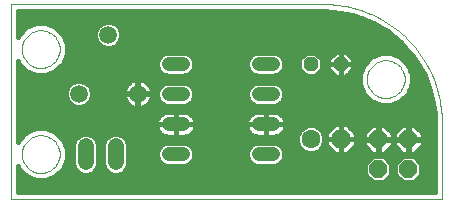
<source format=gbl>
G75*
%MOIN*%
%OFA0B0*%
%FSLAX24Y24*%
%IPPOS*%
%LPD*%
%AMOC8*
5,1,8,0,0,1.08239X$1,22.5*
%
%ADD10C,0.0000*%
%ADD11OC8,0.0630*%
%ADD12C,0.0630*%
%ADD13OC8,0.0480*%
%ADD14C,0.0540*%
%ADD15C,0.0480*%
%ADD16C,0.0591*%
%ADD17OC8,0.0600*%
%ADD18C,0.0100*%
%ADD19C,0.0160*%
%ADD20C,0.0376*%
D10*
X000680Y000680D02*
X000680Y007176D01*
X011113Y007176D01*
X012550Y004680D02*
X012552Y004730D01*
X012558Y004780D01*
X012568Y004829D01*
X012582Y004877D01*
X012599Y004924D01*
X012620Y004969D01*
X012645Y005013D01*
X012673Y005054D01*
X012705Y005093D01*
X012739Y005130D01*
X012776Y005164D01*
X012816Y005194D01*
X012858Y005221D01*
X012902Y005245D01*
X012948Y005266D01*
X012995Y005282D01*
X013043Y005295D01*
X013093Y005304D01*
X013142Y005309D01*
X013193Y005310D01*
X013243Y005307D01*
X013292Y005300D01*
X013341Y005289D01*
X013389Y005274D01*
X013435Y005256D01*
X013480Y005234D01*
X013523Y005208D01*
X013564Y005179D01*
X013603Y005147D01*
X013639Y005112D01*
X013671Y005074D01*
X013701Y005034D01*
X013728Y004991D01*
X013751Y004947D01*
X013770Y004901D01*
X013786Y004853D01*
X013798Y004804D01*
X013806Y004755D01*
X013810Y004705D01*
X013810Y004655D01*
X013806Y004605D01*
X013798Y004556D01*
X013786Y004507D01*
X013770Y004459D01*
X013751Y004413D01*
X013728Y004369D01*
X013701Y004326D01*
X013671Y004286D01*
X013639Y004248D01*
X013603Y004213D01*
X013564Y004181D01*
X013523Y004152D01*
X013480Y004126D01*
X013435Y004104D01*
X013389Y004086D01*
X013341Y004071D01*
X013292Y004060D01*
X013243Y004053D01*
X013193Y004050D01*
X013142Y004051D01*
X013093Y004056D01*
X013043Y004065D01*
X012995Y004078D01*
X012948Y004094D01*
X012902Y004115D01*
X012858Y004139D01*
X012816Y004166D01*
X012776Y004196D01*
X012739Y004230D01*
X012705Y004267D01*
X012673Y004306D01*
X012645Y004347D01*
X012620Y004391D01*
X012599Y004436D01*
X012582Y004483D01*
X012568Y004531D01*
X012558Y004580D01*
X012552Y004630D01*
X012550Y004680D01*
X011113Y007176D02*
X011237Y007174D01*
X011360Y007168D01*
X011484Y007159D01*
X011606Y007145D01*
X011729Y007128D01*
X011851Y007106D01*
X011972Y007081D01*
X012092Y007052D01*
X012211Y007020D01*
X012330Y006983D01*
X012447Y006943D01*
X012562Y006900D01*
X012677Y006852D01*
X012789Y006801D01*
X012900Y006747D01*
X013010Y006689D01*
X013117Y006628D01*
X013223Y006563D01*
X013326Y006495D01*
X013427Y006424D01*
X013526Y006350D01*
X013623Y006273D01*
X013717Y006192D01*
X013808Y006109D01*
X013897Y006023D01*
X013983Y005934D01*
X014066Y005843D01*
X014147Y005749D01*
X014224Y005652D01*
X014298Y005553D01*
X014369Y005452D01*
X014437Y005349D01*
X014502Y005243D01*
X014563Y005136D01*
X014621Y005026D01*
X014675Y004915D01*
X014726Y004803D01*
X014774Y004688D01*
X014817Y004573D01*
X014857Y004456D01*
X014894Y004337D01*
X014926Y004218D01*
X014955Y004098D01*
X014980Y003977D01*
X015002Y003855D01*
X015019Y003732D01*
X015033Y003610D01*
X015042Y003486D01*
X015048Y003363D01*
X015050Y003239D01*
X015050Y000680D01*
X000680Y000680D01*
X001050Y002180D02*
X001052Y002230D01*
X001058Y002280D01*
X001068Y002329D01*
X001082Y002377D01*
X001099Y002424D01*
X001120Y002469D01*
X001145Y002513D01*
X001173Y002554D01*
X001205Y002593D01*
X001239Y002630D01*
X001276Y002664D01*
X001316Y002694D01*
X001358Y002721D01*
X001402Y002745D01*
X001448Y002766D01*
X001495Y002782D01*
X001543Y002795D01*
X001593Y002804D01*
X001642Y002809D01*
X001693Y002810D01*
X001743Y002807D01*
X001792Y002800D01*
X001841Y002789D01*
X001889Y002774D01*
X001935Y002756D01*
X001980Y002734D01*
X002023Y002708D01*
X002064Y002679D01*
X002103Y002647D01*
X002139Y002612D01*
X002171Y002574D01*
X002201Y002534D01*
X002228Y002491D01*
X002251Y002447D01*
X002270Y002401D01*
X002286Y002353D01*
X002298Y002304D01*
X002306Y002255D01*
X002310Y002205D01*
X002310Y002155D01*
X002306Y002105D01*
X002298Y002056D01*
X002286Y002007D01*
X002270Y001959D01*
X002251Y001913D01*
X002228Y001869D01*
X002201Y001826D01*
X002171Y001786D01*
X002139Y001748D01*
X002103Y001713D01*
X002064Y001681D01*
X002023Y001652D01*
X001980Y001626D01*
X001935Y001604D01*
X001889Y001586D01*
X001841Y001571D01*
X001792Y001560D01*
X001743Y001553D01*
X001693Y001550D01*
X001642Y001551D01*
X001593Y001556D01*
X001543Y001565D01*
X001495Y001578D01*
X001448Y001594D01*
X001402Y001615D01*
X001358Y001639D01*
X001316Y001666D01*
X001276Y001696D01*
X001239Y001730D01*
X001205Y001767D01*
X001173Y001806D01*
X001145Y001847D01*
X001120Y001891D01*
X001099Y001936D01*
X001082Y001983D01*
X001068Y002031D01*
X001058Y002080D01*
X001052Y002130D01*
X001050Y002180D01*
X001050Y005680D02*
X001052Y005730D01*
X001058Y005780D01*
X001068Y005829D01*
X001082Y005877D01*
X001099Y005924D01*
X001120Y005969D01*
X001145Y006013D01*
X001173Y006054D01*
X001205Y006093D01*
X001239Y006130D01*
X001276Y006164D01*
X001316Y006194D01*
X001358Y006221D01*
X001402Y006245D01*
X001448Y006266D01*
X001495Y006282D01*
X001543Y006295D01*
X001593Y006304D01*
X001642Y006309D01*
X001693Y006310D01*
X001743Y006307D01*
X001792Y006300D01*
X001841Y006289D01*
X001889Y006274D01*
X001935Y006256D01*
X001980Y006234D01*
X002023Y006208D01*
X002064Y006179D01*
X002103Y006147D01*
X002139Y006112D01*
X002171Y006074D01*
X002201Y006034D01*
X002228Y005991D01*
X002251Y005947D01*
X002270Y005901D01*
X002286Y005853D01*
X002298Y005804D01*
X002306Y005755D01*
X002310Y005705D01*
X002310Y005655D01*
X002306Y005605D01*
X002298Y005556D01*
X002286Y005507D01*
X002270Y005459D01*
X002251Y005413D01*
X002228Y005369D01*
X002201Y005326D01*
X002171Y005286D01*
X002139Y005248D01*
X002103Y005213D01*
X002064Y005181D01*
X002023Y005152D01*
X001980Y005126D01*
X001935Y005104D01*
X001889Y005086D01*
X001841Y005071D01*
X001792Y005060D01*
X001743Y005053D01*
X001693Y005050D01*
X001642Y005051D01*
X001593Y005056D01*
X001543Y005065D01*
X001495Y005078D01*
X001448Y005094D01*
X001402Y005115D01*
X001358Y005139D01*
X001316Y005166D01*
X001276Y005196D01*
X001239Y005230D01*
X001205Y005267D01*
X001173Y005306D01*
X001145Y005347D01*
X001120Y005391D01*
X001099Y005436D01*
X001082Y005483D01*
X001068Y005531D01*
X001058Y005580D01*
X001052Y005630D01*
X001050Y005680D01*
D11*
X011680Y002680D03*
D12*
X010680Y002680D03*
D13*
X010680Y005180D03*
X011680Y005180D03*
D14*
X004180Y002450D02*
X004180Y001910D01*
X003180Y001910D02*
X003180Y002450D01*
D15*
X005940Y002180D02*
X006420Y002180D01*
X006420Y003180D02*
X005940Y003180D01*
X005940Y004180D02*
X006420Y004180D01*
X006420Y005180D02*
X005940Y005180D01*
X008940Y005180D02*
X009420Y005180D01*
X009420Y004180D02*
X008940Y004180D01*
X008940Y003180D02*
X009420Y003180D01*
X009420Y002180D02*
X008940Y002180D01*
D16*
X004914Y004196D03*
X002946Y004196D03*
X003930Y006164D03*
D17*
X012930Y002680D03*
X013930Y002680D03*
X013930Y001680D03*
X012930Y001680D03*
D18*
X010680Y005180D02*
X010490Y005180D01*
D19*
X010300Y005118D02*
X009800Y005118D01*
X009800Y005104D02*
X009800Y005256D01*
X009742Y005395D01*
X009635Y005502D01*
X009496Y005560D01*
X008864Y005560D01*
X008725Y005502D01*
X008618Y005395D01*
X008560Y005256D01*
X008560Y005104D01*
X008618Y004965D01*
X008725Y004858D01*
X008864Y004800D01*
X009496Y004800D01*
X009635Y004858D01*
X009742Y004965D01*
X009800Y005104D01*
X009737Y004960D02*
X010363Y004960D01*
X010300Y005023D02*
X010523Y004800D01*
X010837Y004800D01*
X011060Y005023D01*
X011060Y005337D01*
X010837Y005560D01*
X010523Y005560D01*
X010300Y005337D01*
X010300Y005023D01*
X010522Y004801D02*
X009498Y004801D01*
X009496Y004560D02*
X008864Y004560D01*
X008725Y004502D01*
X008618Y004395D01*
X008560Y004256D01*
X008560Y004104D01*
X008618Y003965D01*
X008725Y003858D01*
X008864Y003800D01*
X009496Y003800D01*
X009635Y003858D01*
X009742Y003965D01*
X009800Y004104D01*
X009800Y004256D01*
X009742Y004395D01*
X009635Y004502D01*
X009496Y004560D01*
X009653Y004484D02*
X012330Y004484D01*
X012320Y004509D02*
X012451Y004193D01*
X012693Y003951D01*
X013009Y003820D01*
X013351Y003820D01*
X013667Y003951D01*
X013909Y004193D01*
X014040Y004509D01*
X014040Y004851D01*
X013909Y005167D01*
X013667Y005409D01*
X013351Y005540D01*
X013009Y005540D01*
X012693Y005409D01*
X012451Y005167D01*
X012320Y004851D01*
X012320Y004509D01*
X012320Y004643D02*
X005077Y004643D01*
X005097Y004636D02*
X005026Y004659D01*
X004952Y004671D01*
X004933Y004671D01*
X004933Y004214D01*
X005390Y004214D01*
X005390Y004233D01*
X005378Y004307D01*
X005355Y004378D01*
X005321Y004445D01*
X005277Y004505D01*
X005224Y004558D01*
X005163Y004602D01*
X005097Y004636D01*
X004933Y004643D02*
X004896Y004643D01*
X004896Y004671D02*
X004877Y004671D01*
X004803Y004659D01*
X004732Y004636D01*
X004665Y004602D01*
X004605Y004558D01*
X004552Y004505D01*
X004508Y004445D01*
X004474Y004378D01*
X004451Y004307D01*
X004439Y004233D01*
X004439Y004214D01*
X004896Y004214D01*
X004896Y004177D01*
X004933Y004177D01*
X004933Y004214D01*
X004896Y004214D01*
X004896Y004671D01*
X004751Y004643D02*
X000910Y004643D01*
X000910Y004801D02*
X005862Y004801D01*
X005864Y004800D02*
X006496Y004800D01*
X006635Y004858D01*
X006742Y004965D01*
X006800Y005104D01*
X006800Y005256D01*
X006742Y005395D01*
X006635Y005502D01*
X006496Y005560D01*
X005864Y005560D01*
X005725Y005502D01*
X005618Y005395D01*
X005560Y005256D01*
X005560Y005104D01*
X005618Y004965D01*
X005725Y004858D01*
X005864Y004800D01*
X005623Y004960D02*
X002176Y004960D01*
X002167Y004951D02*
X002409Y005193D01*
X002540Y005509D01*
X002540Y005851D01*
X002409Y006167D01*
X002167Y006409D01*
X001851Y006540D01*
X001509Y006540D01*
X001193Y006409D01*
X000951Y006167D01*
X000910Y006068D01*
X000910Y006946D01*
X011113Y006946D01*
X011436Y006932D01*
X012073Y006820D01*
X012680Y006599D01*
X013239Y006276D01*
X013734Y005860D01*
X014150Y005365D01*
X014473Y004806D01*
X014694Y004198D01*
X014806Y003562D01*
X014820Y003239D01*
X014820Y000910D01*
X000910Y000910D01*
X000910Y001792D01*
X000951Y001693D01*
X001193Y001451D01*
X001509Y001320D01*
X001851Y001320D01*
X002167Y001451D01*
X002409Y001693D01*
X002540Y002009D01*
X002540Y002351D01*
X002409Y002667D01*
X002167Y002909D01*
X001851Y003040D01*
X001509Y003040D01*
X001193Y002909D01*
X000951Y002667D01*
X000910Y002568D01*
X000910Y005292D01*
X000951Y005193D01*
X001193Y004951D01*
X001509Y004820D01*
X001851Y004820D01*
X002167Y004951D01*
X002334Y005118D02*
X005560Y005118D01*
X005569Y005277D02*
X002444Y005277D01*
X002509Y005435D02*
X005658Y005435D01*
X006702Y005435D02*
X008658Y005435D01*
X008569Y005277D02*
X006791Y005277D01*
X006800Y005118D02*
X008560Y005118D01*
X008623Y004960D02*
X006737Y004960D01*
X006498Y004801D02*
X008862Y004801D01*
X008707Y004484D02*
X006653Y004484D01*
X006635Y004502D02*
X006496Y004560D01*
X005864Y004560D01*
X005725Y004502D01*
X005618Y004395D01*
X005560Y004256D01*
X005560Y004104D01*
X005618Y003965D01*
X005725Y003858D01*
X005864Y003800D01*
X006496Y003800D01*
X006635Y003858D01*
X006742Y003965D01*
X006800Y004104D01*
X006800Y004256D01*
X006742Y004395D01*
X006635Y004502D01*
X006771Y004326D02*
X008589Y004326D01*
X008560Y004167D02*
X006800Y004167D01*
X006760Y004009D02*
X008600Y004009D01*
X008744Y003850D02*
X006616Y003850D01*
X006518Y003590D02*
X006453Y003600D01*
X006180Y003600D01*
X006180Y003180D01*
X006180Y003180D01*
X006840Y003180D01*
X006840Y003213D01*
X006830Y003278D01*
X006809Y003341D01*
X006779Y003400D01*
X006740Y003454D01*
X006694Y003500D01*
X006640Y003539D01*
X006581Y003569D01*
X006518Y003590D01*
X006649Y003533D02*
X008711Y003533D01*
X008720Y003539D02*
X008666Y003500D01*
X008620Y003454D01*
X008581Y003400D01*
X008551Y003341D01*
X008530Y003278D01*
X008520Y003213D01*
X008520Y003180D01*
X009180Y003180D01*
X009180Y003180D01*
X009180Y003600D01*
X009453Y003600D01*
X009518Y003590D01*
X009581Y003569D01*
X009640Y003539D01*
X009694Y003500D01*
X009740Y003454D01*
X009779Y003400D01*
X009809Y003341D01*
X009830Y003278D01*
X009840Y003213D01*
X009840Y003180D01*
X009180Y003180D01*
X009180Y003180D01*
X009180Y002760D01*
X009453Y002760D01*
X009518Y002770D01*
X009581Y002791D01*
X009640Y002821D01*
X009694Y002860D01*
X009740Y002906D01*
X009779Y002960D01*
X009809Y003019D01*
X009830Y003082D01*
X009840Y003147D01*
X009840Y003180D01*
X009180Y003180D01*
X009180Y003180D01*
X009180Y003180D01*
X009180Y003600D01*
X008907Y003600D01*
X008842Y003590D01*
X008779Y003569D01*
X008720Y003539D01*
X009180Y003533D02*
X009180Y003533D01*
X009180Y003375D02*
X009180Y003375D01*
X009180Y003216D02*
X009180Y003216D01*
X009180Y003180D02*
X008520Y003180D01*
X008520Y003147D01*
X008530Y003082D01*
X008551Y003019D01*
X008581Y002960D01*
X008620Y002906D01*
X008666Y002860D01*
X008720Y002821D01*
X008779Y002791D01*
X008842Y002770D01*
X008907Y002760D01*
X009180Y002760D01*
X009180Y003180D01*
X009180Y003058D02*
X009180Y003058D01*
X009180Y002899D02*
X009180Y002899D01*
X008627Y002899D02*
X006733Y002899D01*
X006740Y002906D02*
X006779Y002960D01*
X006809Y003019D01*
X006830Y003082D01*
X006840Y003147D01*
X006840Y003180D01*
X006180Y003180D01*
X006180Y003180D01*
X006180Y002760D01*
X006453Y002760D01*
X006518Y002770D01*
X006581Y002791D01*
X006640Y002821D01*
X006694Y002860D01*
X006740Y002906D01*
X006822Y003058D02*
X008538Y003058D01*
X008520Y003216D02*
X006840Y003216D01*
X006792Y003375D02*
X008568Y003375D01*
X009649Y003533D02*
X014807Y003533D01*
X014814Y003375D02*
X009792Y003375D01*
X009840Y003216D02*
X014820Y003216D01*
X014820Y003058D02*
X014231Y003058D01*
X013950Y003058D02*
X013910Y003058D01*
X013910Y003160D02*
X013731Y003160D01*
X013450Y002879D01*
X013450Y002700D01*
X013910Y002700D01*
X013910Y003160D01*
X013950Y003160D02*
X013950Y002700D01*
X013910Y002700D01*
X013910Y002660D01*
X013450Y002660D01*
X013450Y002481D01*
X013731Y002200D01*
X013910Y002200D01*
X013910Y002660D01*
X013950Y002660D01*
X013950Y002700D01*
X014410Y002700D01*
X014410Y002879D01*
X014129Y003160D01*
X013950Y003160D01*
X013629Y003058D02*
X013231Y003058D01*
X013129Y003160D02*
X012950Y003160D01*
X012950Y002700D01*
X012910Y002700D01*
X012910Y003160D01*
X012731Y003160D01*
X012450Y002879D01*
X012450Y002700D01*
X012910Y002700D01*
X012910Y002660D01*
X012450Y002660D01*
X012450Y002481D01*
X012731Y002200D01*
X012910Y002200D01*
X012910Y002660D01*
X012950Y002660D01*
X012950Y002700D01*
X013410Y002700D01*
X013410Y002879D01*
X013129Y003160D01*
X012950Y003058D02*
X012910Y003058D01*
X012910Y002899D02*
X012950Y002899D01*
X012950Y002741D02*
X012910Y002741D01*
X012950Y002660D02*
X013410Y002660D01*
X013410Y002481D01*
X013129Y002200D01*
X012950Y002200D01*
X012950Y002660D01*
X012950Y002582D02*
X012910Y002582D01*
X012910Y002424D02*
X012950Y002424D01*
X012950Y002265D02*
X012910Y002265D01*
X012748Y002120D02*
X012490Y001862D01*
X012490Y001498D01*
X012748Y001240D01*
X013112Y001240D01*
X013370Y001498D01*
X013370Y001862D01*
X013112Y002120D01*
X012748Y002120D01*
X012734Y002107D02*
X009800Y002107D01*
X009800Y002104D02*
X009800Y002256D01*
X009742Y002395D01*
X009635Y002502D01*
X009496Y002560D01*
X008864Y002560D01*
X008725Y002502D01*
X008618Y002395D01*
X008560Y002256D01*
X008560Y002104D01*
X008618Y001965D01*
X008725Y001858D01*
X008864Y001800D01*
X009496Y001800D01*
X009635Y001858D01*
X009742Y001965D01*
X009800Y002104D01*
X009796Y002265D02*
X010493Y002265D01*
X010422Y002294D02*
X010589Y002225D01*
X010771Y002225D01*
X010938Y002294D01*
X011066Y002422D01*
X011135Y002589D01*
X011135Y002771D01*
X011066Y002938D01*
X010938Y003066D01*
X010771Y003135D01*
X010589Y003135D01*
X010422Y003066D01*
X010294Y002938D01*
X010225Y002771D01*
X010225Y002589D01*
X010294Y002422D01*
X010422Y002294D01*
X010294Y002424D02*
X009714Y002424D01*
X010228Y002582D02*
X004569Y002582D01*
X004590Y002532D02*
X004528Y002682D01*
X004412Y002798D01*
X004262Y002860D01*
X004098Y002860D01*
X003948Y002798D01*
X003832Y002682D01*
X003770Y002532D01*
X003770Y001828D01*
X003832Y001678D01*
X003948Y001562D01*
X004098Y001500D01*
X004262Y001500D01*
X004412Y001562D01*
X004528Y001678D01*
X004590Y001828D01*
X004590Y002532D01*
X004590Y002424D02*
X005646Y002424D01*
X005618Y002395D02*
X005560Y002256D01*
X005560Y002104D01*
X005618Y001965D01*
X005725Y001858D01*
X005864Y001800D01*
X006496Y001800D01*
X006635Y001858D01*
X006742Y001965D01*
X006800Y002104D01*
X006800Y002256D01*
X006742Y002395D01*
X006635Y002502D01*
X006496Y002560D01*
X005864Y002560D01*
X005725Y002502D01*
X005618Y002395D01*
X005564Y002265D02*
X004590Y002265D01*
X004590Y002107D02*
X005560Y002107D01*
X005635Y001948D02*
X004590Y001948D01*
X004574Y001790D02*
X012490Y001790D01*
X012490Y001631D02*
X004481Y001631D01*
X003879Y001631D02*
X003481Y001631D01*
X003528Y001678D02*
X003412Y001562D01*
X003262Y001500D01*
X003098Y001500D01*
X002948Y001562D01*
X002832Y001678D01*
X002770Y001828D01*
X002770Y002532D01*
X002832Y002682D01*
X002948Y002798D01*
X003098Y002860D01*
X003262Y002860D01*
X003412Y002798D01*
X003528Y002682D01*
X003590Y002532D01*
X003590Y001828D01*
X003528Y001678D01*
X003574Y001790D02*
X003786Y001790D01*
X003770Y001948D02*
X003590Y001948D01*
X003590Y002107D02*
X003770Y002107D01*
X003770Y002265D02*
X003590Y002265D01*
X003590Y002424D02*
X003770Y002424D01*
X003791Y002582D02*
X003569Y002582D01*
X003469Y002741D02*
X003891Y002741D01*
X004469Y002741D02*
X010225Y002741D01*
X010278Y002899D02*
X009733Y002899D01*
X009822Y003058D02*
X010414Y003058D01*
X010946Y003058D02*
X011357Y003058D01*
X011475Y003175D02*
X011185Y002885D01*
X011185Y002680D01*
X011680Y002680D01*
X012175Y002680D01*
X012175Y002885D01*
X011885Y003175D01*
X011680Y003175D01*
X011680Y002680D01*
X011680Y002680D01*
X011680Y002680D01*
X012175Y002680D01*
X012175Y002475D01*
X011885Y002185D01*
X011680Y002185D01*
X011680Y002680D01*
X011680Y002680D01*
X011680Y002680D01*
X011680Y003175D01*
X011475Y003175D01*
X011680Y003058D02*
X011680Y003058D01*
X011680Y002899D02*
X011680Y002899D01*
X011680Y002741D02*
X011680Y002741D01*
X011680Y002680D02*
X011185Y002680D01*
X011185Y002475D01*
X011475Y002185D01*
X011680Y002185D01*
X011680Y002680D01*
X011680Y002582D02*
X011680Y002582D01*
X011680Y002424D02*
X011680Y002424D01*
X011680Y002265D02*
X011680Y002265D01*
X011965Y002265D02*
X012666Y002265D01*
X012508Y002424D02*
X012124Y002424D01*
X012175Y002582D02*
X012450Y002582D01*
X012450Y002741D02*
X012175Y002741D01*
X012161Y002899D02*
X012470Y002899D01*
X012629Y003058D02*
X012003Y003058D01*
X011199Y002899D02*
X011082Y002899D01*
X011135Y002741D02*
X011185Y002741D01*
X011185Y002582D02*
X011132Y002582D01*
X011066Y002424D02*
X011236Y002424D01*
X011395Y002265D02*
X010867Y002265D01*
X009725Y001948D02*
X012576Y001948D01*
X013126Y002107D02*
X013734Y002107D01*
X013748Y002120D02*
X013490Y001862D01*
X013490Y001498D01*
X013748Y001240D01*
X014112Y001240D01*
X014370Y001498D01*
X014370Y001862D01*
X014112Y002120D01*
X013748Y002120D01*
X013950Y002200D02*
X014129Y002200D01*
X014410Y002481D01*
X014410Y002660D01*
X013950Y002660D01*
X013950Y002200D01*
X013950Y002265D02*
X013910Y002265D01*
X014194Y002265D02*
X014820Y002265D01*
X014820Y002107D02*
X014126Y002107D01*
X014284Y001948D02*
X014820Y001948D01*
X014820Y001790D02*
X014370Y001790D01*
X014370Y001631D02*
X014820Y001631D01*
X014820Y001473D02*
X014345Y001473D01*
X014186Y001314D02*
X014820Y001314D01*
X014820Y001156D02*
X000910Y001156D01*
X000910Y001314D02*
X012674Y001314D01*
X012515Y001473D02*
X002189Y001473D01*
X002347Y001631D02*
X002879Y001631D01*
X002786Y001790D02*
X002449Y001790D01*
X002515Y001948D02*
X002770Y001948D01*
X002770Y002107D02*
X002540Y002107D01*
X002540Y002265D02*
X002770Y002265D01*
X002770Y002424D02*
X002510Y002424D01*
X002444Y002582D02*
X002791Y002582D01*
X002891Y002741D02*
X002336Y002741D01*
X002177Y002899D02*
X005627Y002899D01*
X005620Y002906D02*
X005666Y002860D01*
X005720Y002821D01*
X005779Y002791D01*
X005842Y002770D01*
X005907Y002760D01*
X006180Y002760D01*
X006180Y003180D01*
X006180Y003180D01*
X006180Y003180D01*
X005520Y003180D01*
X005520Y003213D01*
X005530Y003278D01*
X005551Y003341D01*
X005581Y003400D01*
X005620Y003454D01*
X005666Y003500D01*
X005720Y003539D01*
X005779Y003569D01*
X005842Y003590D01*
X005907Y003600D01*
X006180Y003600D01*
X006180Y003180D01*
X005520Y003180D01*
X005520Y003147D01*
X005530Y003082D01*
X005551Y003019D01*
X005581Y002960D01*
X005620Y002906D01*
X005538Y003058D02*
X000910Y003058D01*
X000910Y003216D02*
X005520Y003216D01*
X005568Y003375D02*
X000910Y003375D01*
X000910Y003533D02*
X005711Y003533D01*
X006180Y003533D02*
X006180Y003533D01*
X006180Y003375D02*
X006180Y003375D01*
X006180Y003216D02*
X006180Y003216D01*
X006180Y003058D02*
X006180Y003058D01*
X006180Y002899D02*
X006180Y002899D01*
X006714Y002424D02*
X008646Y002424D01*
X008564Y002265D02*
X006796Y002265D01*
X006800Y002107D02*
X008560Y002107D01*
X008635Y001948D02*
X006725Y001948D01*
X005163Y003789D02*
X005097Y003755D01*
X005026Y003732D01*
X004952Y003720D01*
X004933Y003720D01*
X004933Y004177D01*
X005390Y004177D01*
X005390Y004158D01*
X005378Y004084D01*
X005355Y004013D01*
X005321Y003947D01*
X005277Y003886D01*
X005224Y003833D01*
X005163Y003789D01*
X005241Y003850D02*
X005744Y003850D01*
X005600Y004009D02*
X005352Y004009D01*
X005390Y004167D02*
X005560Y004167D01*
X005589Y004326D02*
X005372Y004326D01*
X005292Y004484D02*
X005707Y004484D01*
X004933Y004484D02*
X004896Y004484D01*
X004896Y004326D02*
X004933Y004326D01*
X004896Y004177D02*
X004439Y004177D01*
X004439Y004158D01*
X004451Y004084D01*
X004474Y004013D01*
X004508Y003947D01*
X004552Y003886D01*
X004605Y003833D01*
X004665Y003789D01*
X004732Y003755D01*
X004803Y003732D01*
X004877Y003720D01*
X004896Y003720D01*
X004896Y004177D01*
X004896Y004167D02*
X004933Y004167D01*
X004933Y004009D02*
X004896Y004009D01*
X004896Y003850D02*
X004933Y003850D01*
X004588Y003850D02*
X003216Y003850D01*
X003192Y003827D02*
X003315Y003949D01*
X003381Y004109D01*
X003381Y004282D01*
X003315Y004442D01*
X003192Y004565D01*
X003032Y004631D01*
X002859Y004631D01*
X002699Y004565D01*
X002577Y004442D01*
X002510Y004282D01*
X002510Y004109D01*
X002577Y003949D01*
X002699Y003827D01*
X002859Y003760D01*
X003032Y003760D01*
X003192Y003827D01*
X003339Y004009D02*
X004476Y004009D01*
X004439Y004167D02*
X003381Y004167D01*
X003363Y004326D02*
X004457Y004326D01*
X004536Y004484D02*
X003273Y004484D01*
X002618Y004484D02*
X000910Y004484D01*
X000910Y004326D02*
X002528Y004326D01*
X002510Y004167D02*
X000910Y004167D01*
X000910Y004009D02*
X002552Y004009D01*
X002676Y003850D02*
X000910Y003850D01*
X000910Y003692D02*
X014783Y003692D01*
X014755Y003850D02*
X013423Y003850D01*
X013725Y004009D02*
X014727Y004009D01*
X014699Y004167D02*
X013883Y004167D01*
X013964Y004326D02*
X014648Y004326D01*
X014590Y004484D02*
X014030Y004484D01*
X014040Y004643D02*
X014532Y004643D01*
X014474Y004801D02*
X014040Y004801D01*
X013995Y004960D02*
X014384Y004960D01*
X014292Y005118D02*
X013929Y005118D01*
X013800Y005277D02*
X014201Y005277D01*
X014091Y005435D02*
X013604Y005435D01*
X013958Y005594D02*
X011860Y005594D01*
X011854Y005600D02*
X011680Y005600D01*
X011680Y005180D01*
X012100Y005180D01*
X012100Y005354D01*
X011854Y005600D01*
X011680Y005600D02*
X011506Y005600D01*
X011260Y005354D01*
X011260Y005180D01*
X011680Y005180D01*
X011680Y005180D01*
X011680Y005180D01*
X012100Y005180D01*
X012100Y005006D01*
X011854Y004760D01*
X011680Y004760D01*
X011680Y005180D01*
X011680Y005180D01*
X011680Y005180D01*
X011680Y005600D01*
X011680Y005594D02*
X011680Y005594D01*
X011500Y005594D02*
X002540Y005594D01*
X002540Y005752D02*
X003788Y005752D01*
X003843Y005729D02*
X003683Y005795D01*
X003561Y005918D01*
X003495Y006078D01*
X003495Y006251D01*
X003561Y006411D01*
X003683Y006533D01*
X003843Y006600D01*
X004017Y006600D01*
X004177Y006533D01*
X004299Y006411D01*
X004365Y006251D01*
X004365Y006078D01*
X004299Y005918D01*
X004177Y005795D01*
X004017Y005729D01*
X003843Y005729D01*
X004072Y005752D02*
X013825Y005752D01*
X013674Y005911D02*
X004292Y005911D01*
X004362Y006069D02*
X013486Y006069D01*
X013297Y006228D02*
X004365Y006228D01*
X004309Y006386D02*
X013048Y006386D01*
X012774Y006545D02*
X004149Y006545D01*
X003711Y006545D02*
X000910Y006545D01*
X000910Y006703D02*
X012393Y006703D01*
X011836Y006862D02*
X000910Y006862D01*
X000910Y006386D02*
X001170Y006386D01*
X001011Y006228D02*
X000910Y006228D01*
X000910Y006069D02*
X000910Y006069D01*
X002190Y006386D02*
X003551Y006386D01*
X003495Y006228D02*
X002349Y006228D01*
X002450Y006069D02*
X003498Y006069D01*
X003568Y005911D02*
X002515Y005911D01*
X000916Y005277D02*
X000910Y005277D01*
X000910Y005118D02*
X001026Y005118D01*
X000910Y004960D02*
X001184Y004960D01*
X001183Y002899D02*
X000910Y002899D01*
X000910Y002741D02*
X001024Y002741D01*
X000916Y002582D02*
X000910Y002582D01*
X000910Y001790D02*
X000911Y001790D01*
X000910Y001631D02*
X001013Y001631D01*
X000910Y001473D02*
X001171Y001473D01*
X000910Y000997D02*
X014820Y000997D01*
X013674Y001314D02*
X013186Y001314D01*
X013345Y001473D02*
X013515Y001473D01*
X013490Y001631D02*
X013370Y001631D01*
X013370Y001790D02*
X013490Y001790D01*
X013576Y001948D02*
X013284Y001948D01*
X013194Y002265D02*
X013666Y002265D01*
X013508Y002424D02*
X013352Y002424D01*
X013410Y002582D02*
X013450Y002582D01*
X013450Y002741D02*
X013410Y002741D01*
X013390Y002899D02*
X013470Y002899D01*
X013910Y002899D02*
X013950Y002899D01*
X013950Y002741D02*
X013910Y002741D01*
X013910Y002582D02*
X013950Y002582D01*
X013950Y002424D02*
X013910Y002424D01*
X014352Y002424D02*
X014820Y002424D01*
X014820Y002582D02*
X014410Y002582D01*
X014410Y002741D02*
X014820Y002741D01*
X014820Y002899D02*
X014390Y002899D01*
X012937Y003850D02*
X009616Y003850D01*
X009760Y004009D02*
X012635Y004009D01*
X012477Y004167D02*
X009800Y004167D01*
X009771Y004326D02*
X012396Y004326D01*
X011680Y004760D02*
X011506Y004760D01*
X011260Y005006D01*
X011260Y005180D01*
X011680Y005180D01*
X011680Y004760D01*
X011680Y004801D02*
X011680Y004801D01*
X011895Y004801D02*
X012320Y004801D01*
X012365Y004960D02*
X012053Y004960D01*
X012100Y005118D02*
X012431Y005118D01*
X012560Y005277D02*
X012100Y005277D01*
X012019Y005435D02*
X012756Y005435D01*
X011680Y005435D02*
X011680Y005435D01*
X011680Y005277D02*
X011680Y005277D01*
X011680Y005118D02*
X011680Y005118D01*
X011680Y004960D02*
X011680Y004960D01*
X011465Y004801D02*
X010838Y004801D01*
X010997Y004960D02*
X011307Y004960D01*
X011260Y005118D02*
X011060Y005118D01*
X011060Y005277D02*
X011260Y005277D01*
X011341Y005435D02*
X010962Y005435D01*
X010398Y005435D02*
X009702Y005435D01*
X009791Y005277D02*
X010300Y005277D01*
D20*
X010180Y004180D03*
X012680Y005680D03*
X001680Y003680D03*
M02*

</source>
